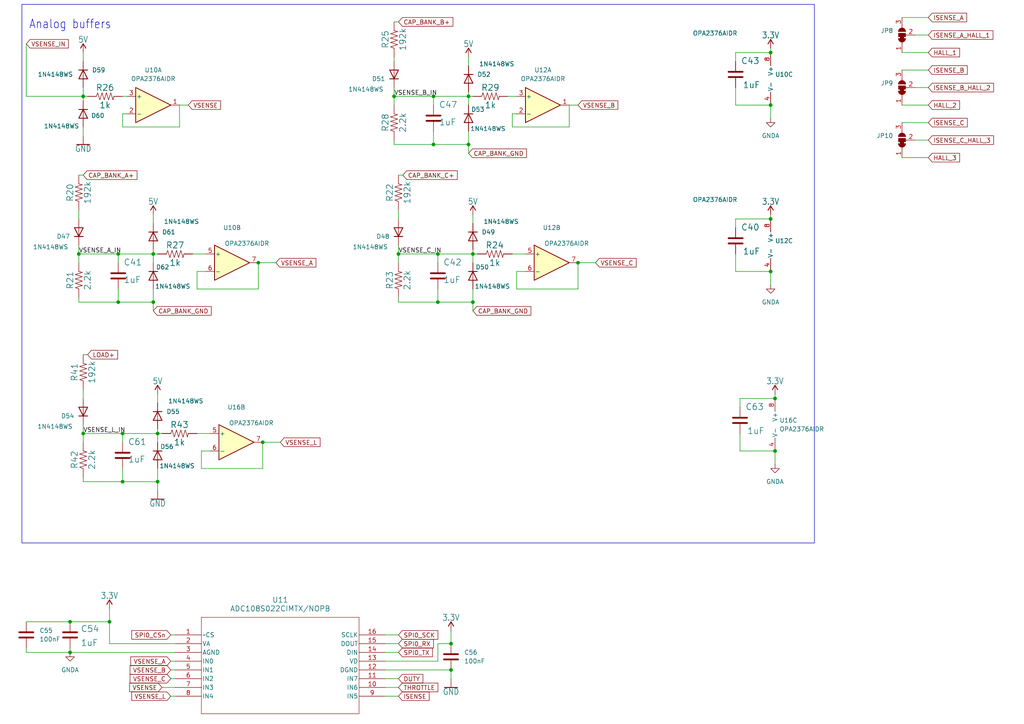
<source format=kicad_sch>
(kicad_sch (version 20231120) (generator "eeschema") (generator_version "8.0")
  (paper "A4")
  (lib_symbols
    (symbol "Component_Library:ADC108S022CIMTX_NOPB" (pin_names (offset 0.254))
      (property "Reference" "U" (at 30.48 10.16 0))
      (property "Value" "ADC108S022CIMTX/NOPB" (at 30.48 7.62 0))
      (symbol "ADC108S022CIMTX_NOPB_0_1"
        (polyline (pts (xy 7.62 -22.86) (xy 53.34 -22.86)) (stroke (width 0.127)))
        (polyline (pts (xy 7.62 5.08) (xy 7.62 -22.86)) (stroke (width 0.127)))
        (polyline (pts (xy 53.34 -22.86) (xy 53.34 5.08)) (stroke (width 0.127)))
        (polyline (pts (xy 53.34 5.08) (xy 7.62 5.08)) (stroke (width 0.127)))
        (pin passive line (at 0 0 0) (length 7.62) (name "~CS") (number "1"))
        (pin input line (at 60.96 -15.24 180) (length 7.62) (name "IN6") (number "10"))
        (pin input line (at 60.96 -12.7 180) (length 7.62) (name "IN7") (number "11"))
        (pin passive line (at 60.96 -10.16 180) (length 7.62) (name "DGND") (number "12"))
        (pin passive line (at 60.96 -7.62 180) (length 7.62) (name "VD") (number "13"))
        (pin input line (at 60.96 -5.08 180) (length 7.62) (name "DIN") (number "14"))
        (pin output line (at 60.96 -2.54 180) (length 7.62) (name "DOUT") (number "15"))
        (pin passive line (at 60.96 0 180) (length 7.62) (name "SCLK") (number "16"))
        (pin passive line (at 0 -2.54 0) (length 7.62) (name "VA") (number "2"))
        (pin passive line (at 0 -5.08 0) (length 7.62) (name "AGND") (number "3"))
        (pin input line (at 0 -7.62 0) (length 7.62) (name "IN0") (number "4"))
        (pin input line (at 0 -10.16 0) (length 7.62) (name "IN1") (number "5"))
        (pin input line (at 0 -12.7 0) (length 7.62) (name "IN2") (number "6"))
        (pin input line (at 0 -15.24 0) (length 7.62) (name "IN3") (number "7"))
        (pin input line (at 0 -17.78 0) (length 7.62) (name "IN4") (number "8"))
        (pin input line (at 60.96 -17.78 180) (length 7.62) (name "IN5") (number "9"))
      )
    )
    (symbol "Component_Library:CHV1812N250105MXT" (pin_numbers hide) (pin_names (offset 0.254))
      (property "Reference" "C" (at 0.635 2.54 0))
      (property "Value" "CHV1812N250105MXT" (at 0.635 -2.54 0))
      (symbol "CHV1812N250105MXT_0_1"
        (polyline (pts (xy -2.032 -0.762) (xy 2.032 -0.762)) (stroke (width 0.508)))
        (polyline (pts (xy -2.032 0.762) (xy 2.032 0.762)) (stroke (width 0.508)))
      )
      (symbol "CHV1812N250105MXT_1_1"
        (pin passive line (at 0 3.81 270) (length 2.794) (name "~") (number "1"))
        (pin passive line (at 0 -3.81 90) (length 2.794) (name "~") (number "2"))
      )
    )
    (symbol "Component_Library:OPA2376AIDR" (pin_names (offset 0.127))
      (property "Reference" "U" (at 0 5.08 0))
      (property "Value" "OPA2376AIDR" (at 0 -5.08 0))
      (symbol "OPA2376AIDR_1_1"
        (polyline (pts (xy -5.08 5.08) (xy 5.08 0) (xy -5.08 -5.08) (xy -5.08 5.08)) (stroke (width 0.254)) (fill (type background)))
        (pin output line (at 7.62 0 180) (length 2.54) (name "~") (number "1"))
        (pin input line (at -7.62 -2.54 0) (length 2.54) (name "-") (number "2"))
        (pin input line (at -7.62 2.54 0) (length 2.54) (name "+") (number "3"))
      )
      (symbol "OPA2376AIDR_2_1"
        (polyline (pts (xy -5.08 5.08) (xy 5.08 0) (xy -5.08 -5.08) (xy -5.08 5.08)) (stroke (width 0.254)) (fill (type background)))
        (pin input line (at -7.62 2.54 0) (length 2.54) (name "+") (number "5"))
        (pin input line (at -7.62 -2.54 0) (length 2.54) (name "-") (number "6"))
        (pin output line (at 7.62 0 180) (length 2.54) (name "~") (number "7"))
      )
      (symbol "OPA2376AIDR_3_1"
        (pin power_in line (at -2.54 -7.62 90) (length 3.81) (name "V-") (number "4"))
        (pin power_in line (at -2.54 7.62 270) (length 3.81) (name "V+") (number "8"))
      )
    )
    (symbol "Device:C" (pin_numbers hide) (pin_names (offset 0.254))
      (property "Reference" "C" (at 0.635 2.54 0))
      (property "Value" "C" (at 0.635 -2.54 0))
      (symbol "C_0_1"
        (polyline (pts (xy -2.032 -0.762) (xy 2.032 -0.762)) (stroke (width 0.508)))
        (polyline (pts (xy -2.032 0.762) (xy 2.032 0.762)) (stroke (width 0.508)))
      )
      (symbol "C_1_1"
        (pin passive line (at 0 3.81 270) (length 2.794) (name "~") (number "1"))
        (pin passive line (at 0 -3.81 90) (length 2.794) (name "~") (number "2"))
      )
    )
    (symbol "Diode:1N4148WS" (pin_numbers hide) (pin_names hide)
      (property "Reference" "D" (at 0 2.54 0))
      (property "Value" "1N4148WS" (at 0 -2.54 0))
      (symbol "1N4148WS_0_1"
        (polyline (pts (xy -1.27 1.27) (xy -1.27 -1.27)) (stroke (width 0.254)))
        (polyline (pts (xy 1.27 0) (xy -1.27 0)))
        (polyline (pts (xy 1.27 1.27) (xy 1.27 -1.27) (xy -1.27 0) (xy 1.27 1.27)) (stroke (width 0.254)))
      )
      (symbol "1N4148WS_1_1"
        (pin passive line (at -3.81 0 0) (length 2.54) (name "K") (number "1"))
        (pin passive line (at 3.81 0 180) (length 2.54) (name "A") (number "2"))
      )
    )
    (symbol "Jumper:SolderJumper_3_Bridged12" (pin_names (offset 0) hide) (exclude_from_sim yes) (in_bom no)
      (property "Reference" "JP" (at -2.54 -2.54 0))
      (property "Value" "SolderJumper_3_Bridged12" (at 0 2.794 0))
      (symbol "SolderJumper_3_Bridged12_0_1"
        (rectangle (start -1.016 0.508) (end -0.508 -0.508) (fill (type outline)))
        (arc (start -1.016 1.016) (mid -2.0276 0) (end -1.016 -1.016))
        (arc (start -1.016 1.016) (mid -2.0276 0) (end -1.016 -1.016) (fill (type outline)))
        (rectangle (start -0.508 1.016) (end 0.508 -1.016) (fill (type outline)))
        (polyline (pts (xy -2.54 0) (xy -2.032 0)))
        (polyline (pts (xy -1.016 1.016) (xy -1.016 -1.016)))
        (polyline (pts (xy 0 -1.27) (xy 0 -1.016)))
        (polyline (pts (xy 1.016 1.016) (xy 1.016 -1.016)))
        (polyline (pts (xy 2.54 0) (xy 2.032 0)))
        (arc (start 1.016 -1.016) (mid 2.0276 0) (end 1.016 1.016))
        (arc (start 1.016 -1.016) (mid 2.0276 0) (end 1.016 1.016) (fill (type outline)))
      )
      (symbol "SolderJumper_3_Bridged12_1_1"
        (pin passive line (at -5.08 0 0) (length 2.54) (name "A") (number "1"))
        (pin passive line (at 0 -3.81 90) (length 2.54) (name "C") (number "2"))
        (pin passive line (at 5.08 0 180) (length 2.54) (name "B") (number "3"))
      )
    )
    (symbol "main-eagle-import:3.3V" (power)
      (symbol "3.3V_1_0"
        (polyline (pts (xy 0 2.54) (xy -0.762 1.27)) (stroke (width 0.254)))
        (polyline (pts (xy 0.762 1.27) (xy 0 2.54)) (stroke (width 0.254)))
        (pin power_in line (at 0 0 90) (length 2.54) (name "3.3V") (number "1"))
      )
    )
    (symbol "main-eagle-import:5V" (power)
      (symbol "5V_1_0"
        (polyline (pts (xy 0 2.54) (xy -0.762 1.27)) (stroke (width 0.254)))
        (polyline (pts (xy 0.762 1.27) (xy 0 2.54)) (stroke (width 0.254)))
        (pin power_in line (at 0 0 90) (length 2.54) (name "5V") (number "1"))
      )
    )
    (symbol "main-eagle-import:GND" (power)
      (symbol "GND_1_0"
        (polyline (pts (xy -1.905 0) (xy 1.905 0)) (stroke (width 0.254)))
        (pin power_in line (at 0 2.54 270) (length 2.54) (name "GND") (number "1"))
      )
    )
    (symbol "main-eagle-import:RESISTOR1206"
      (property "Reference" "R" (at 0 1.524 0))
      (symbol "RESISTOR1206_1_0"
        (polyline (pts (xy -2.54 0) (xy -2.159 1.016)) (stroke (width 0.1524)))
        (polyline (pts (xy -2.159 1.016) (xy -1.524 -1.016)) (stroke (width 0.1524)))
        (polyline (pts (xy -1.524 -1.016) (xy -0.889 1.016)) (stroke (width 0.1524)))
        (polyline (pts (xy -0.889 1.016) (xy -0.254 -1.016)) (stroke (width 0.1524)))
        (polyline (pts (xy -0.254 -1.016) (xy 0.381 1.016)) (stroke (width 0.1524)))
        (polyline (pts (xy 0.381 1.016) (xy 1.016 -1.016)) (stroke (width 0.1524)))
        (polyline (pts (xy 1.016 -1.016) (xy 1.651 1.016)) (stroke (width 0.1524)))
        (polyline (pts (xy 1.651 1.016) (xy 2.286 -1.016)) (stroke (width 0.1524)))
        (polyline (pts (xy 2.286 -1.016) (xy 2.54 0)) (stroke (width 0.1524)))
        (pin passive line (at -5.08 0 0) (length 2.54) (name "1") (number "1"))
        (pin passive line (at 5.08 0 180) (length 2.54) (name "2") (number "2"))
      )
    )
    (symbol "power:GNDA" (power) (pin_numbers hide) (pin_names (offset 0) hide)
      (property "Value" "GNDA" (at 0 -3.81 0))
      (symbol "GNDA_0_1"
        (polyline (pts (xy 0 0) (xy 0 -1.27) (xy 1.27 -1.27) (xy 0 -2.54) (xy -1.27 -1.27) (xy 0 -1.27)))
      )
      (symbol "GNDA_1_1"
        (pin power_in line (at 0 0 270) (length 0) (name "~") (number "1"))
      )
    )
  )
  (junction (at 22.86 73.66))
  (junction (at 76.2 128.27))
  (junction (at 223.52 30.48))
  (junction (at 135.89 41.91))
  (junction (at 20.32 189.23))
  (junction (at 31.75 180.34))
  (junction (at 167.64 76.2))
  (junction (at 125.73 41.91))
  (junction (at 35.56 139.7))
  (junction (at 223.52 63.5))
  (junction (at 34.29 73.66))
  (junction (at 130.81 186.69))
  (junction (at 223.52 78.74))
  (junction (at 44.45 87.63))
  (junction (at 44.45 73.66))
  (junction (at 137.16 87.63))
  (junction (at 127 73.66))
  (junction (at 135.89 27.94))
  (junction (at 224.79 115.57))
  (junction (at 24.13 125.73))
  (junction (at 35.56 125.73))
  (junction (at 45.72 139.7))
  (junction (at 130.81 194.31))
  (junction (at 137.16 73.66))
  (junction (at 24.13 27.94))
  (junction (at 45.72 125.73))
  (junction (at 125.73 27.94))
  (junction (at 20.32 180.34))
  (junction (at 223.52 15.24))
  (junction (at 115.57 73.66))
  (junction (at 224.79 130.81))
  (junction (at 34.29 87.63))
  (junction (at 127 87.63))
  (junction (at 114.3 27.94))
  (junction (at 74.93 76.2))
  (wire (pts (xy 60.96 130.81) (xy 58.42 130.81)))
  (wire (pts (xy 45.72 139.7) (xy 45.72 142.24)))
  (wire (pts (xy 223.52 78.74) (xy 223.52 82.55)))
  (wire (pts (xy 261.62 5.08) (xy 269.24 5.08)))
  (wire (pts (xy 49.53 196.85) (xy 50.8 196.85)))
  (wire (pts (xy 49.53 201.93) (xy 50.8 201.93)))
  (wire (pts (xy 24.13 125.73) (xy 35.56 125.73)) (stroke (width 0.1524)))
  (wire (pts (xy 213.36 17.78) (xy 213.36 15.24)))
  (wire (pts (xy 45.72 73.66) (xy 44.45 73.66)))
  (wire (pts (xy 58.42 130.81) (xy 58.42 135.89)))
  (wire (pts (xy 24.13 123.19) (xy 24.13 125.73)) (stroke (width 0.1524)))
  (wire (pts (xy 111.76 184.15) (xy 115.57 184.15)))
  (wire (pts (xy 52.07 30.48) (xy 54.61 30.48)))
  (wire (pts (xy 127 87.63) (xy 137.16 87.63)))
  (wire (pts (xy 35.56 128.27) (xy 35.56 125.73)))
  (wire (pts (xy 127 87.63) (xy 115.57 87.63)))
  (wire (pts (xy 7.62 12.7) (xy 7.62 27.94)))
  (wire (pts (xy 125.73 41.91) (xy 114.3 41.91)))
  (wire (pts (xy 24.13 113.03) (xy 24.13 115.57)))
  (wire (pts (xy 167.64 76.2) (xy 172.72 76.2)))
  (wire (pts (xy 35.56 139.7) (xy 24.13 139.7)))
  (wire (pts (xy 261.62 15.24) (xy 269.24 15.24)))
  (wire (pts (xy 31.75 180.34) (xy 31.75 186.69)))
  (wire (pts (xy 114.3 41.91) (xy 114.3 40.64)))
  (wire (pts (xy 7.62 27.94) (xy 24.13 27.94)))
  (wire (pts (xy 149.86 78.74) (xy 149.86 83.82)))
  (wire (pts (xy 22.86 71.12) (xy 22.86 73.66)) (stroke (width 0.1524)))
  (wire (pts (xy 57.15 125.73) (xy 60.96 125.73)))
  (wire (pts (xy 137.16 27.94) (xy 135.89 27.94)))
  (wire (pts (xy 127 83.82) (xy 127 87.63)))
  (wire (pts (xy 152.4 78.74) (xy 149.86 78.74)))
  (wire (pts (xy 213.36 73.66) (xy 213.36 78.74)))
  (wire (pts (xy 44.45 64.77) (xy 44.45 62.23)))
  (wire (pts (xy 137.16 72.39) (xy 137.16 73.66)))
  (wire (pts (xy 137.16 73.66) (xy 137.16 76.2)))
  (wire (pts (xy 149.86 83.82) (xy 167.64 83.82)))
  (wire (pts (xy 34.29 83.82) (xy 34.29 87.63)))
  (wire (pts (xy 44.45 73.66) (xy 44.45 76.2)))
  (wire (pts (xy 24.13 139.7) (xy 24.13 138.43)))
  (wire (pts (xy 147.32 27.94) (xy 149.86 27.94)))
  (wire (pts (xy 167.64 83.82) (xy 167.64 76.2)))
  (wire (pts (xy 22.86 73.66) (xy 34.29 73.66)) (stroke (width 0.1524)))
  (wire (pts (xy 7.62 180.34) (xy 20.32 180.34)))
  (wire (pts (xy 149.86 33.02) (xy 148.59 33.02)))
  (wire (pts (xy 20.32 180.34) (xy 31.75 180.34)))
  (wire (pts (xy 137.16 87.63) (xy 137.16 90.17)))
  (wire (pts (xy 115.57 71.12) (xy 115.57 73.66)) (stroke (width 0.1524)))
  (wire (pts (xy 265.43 10.16) (xy 269.24 10.16)))
  (wire (pts (xy 46.99 199.39) (xy 50.8 199.39)))
  (wire (pts (xy 261.62 45.72) (xy 269.24 45.72)))
  (wire (pts (xy 214.63 115.57) (xy 224.79 115.57)))
  (wire (pts (xy 111.76 194.31) (xy 130.81 194.31)))
  (wire (pts (xy 127 76.2) (xy 127 73.66)))
  (wire (pts (xy 223.52 30.48) (xy 223.52 34.29)))
  (wire (pts (xy 59.69 78.74) (xy 57.15 78.74)))
  (wire (pts (xy 135.89 19.05) (xy 135.89 16.51)))
  (wire (pts (xy 114.3 27.94) (xy 125.73 27.94)) (stroke (width 0.1524)))
  (wire (pts (xy 135.89 41.91) (xy 135.89 44.45)))
  (wire (pts (xy 213.36 63.5) (xy 223.52 63.5)))
  (wire (pts (xy 24.13 36.83) (xy 24.13 39.37)))
  (wire (pts (xy 114.3 25.4) (xy 114.3 27.94)) (stroke (width 0.1524)))
  (wire (pts (xy 31.75 186.69) (xy 50.8 186.69)))
  (wire (pts (xy 125.73 41.91) (xy 135.89 41.91)))
  (wire (pts (xy 213.36 15.24) (xy 223.52 15.24)))
  (wire (pts (xy 223.52 13.97) (xy 223.52 15.24)))
  (wire (pts (xy 76.2 128.27) (xy 81.28 128.27)))
  (wire (pts (xy 22.86 60.96) (xy 22.86 63.5)))
  (wire (pts (xy 20.32 189.23) (xy 20.32 187.96)))
  (wire (pts (xy 58.42 135.89) (xy 76.2 135.89)))
  (wire (pts (xy 35.56 139.7) (xy 45.72 139.7)))
  (wire (pts (xy 44.45 72.39) (xy 44.45 73.66)))
  (wire (pts (xy 130.81 194.31) (xy 130.81 196.85)))
  (wire (pts (xy 130.81 182.88) (xy 130.81 186.69)))
  (wire (pts (xy 57.15 78.74) (xy 57.15 83.82)))
  (wire (pts (xy 214.63 118.11) (xy 214.63 115.57)))
  (wire (pts (xy 35.56 125.73) (xy 45.72 125.73)))
  (wire (pts (xy 44.45 87.63) (xy 44.45 90.17)))
  (wire (pts (xy 20.32 189.23) (xy 7.62 189.23)))
  (wire (pts (xy 114.3 16.51) (xy 114.3 17.78)))
  (wire (pts (xy 45.72 135.89) (xy 45.72 139.7)))
  (wire (pts (xy 111.76 186.69) (xy 115.57 186.69)))
  (wire (pts (xy 111.76 196.85) (xy 115.57 196.85)))
  (wire (pts (xy 34.29 87.63) (xy 22.86 87.63)))
  (wire (pts (xy 138.43 73.66) (xy 137.16 73.66)))
  (wire (pts (xy 214.63 125.73) (xy 214.63 130.81)))
  (wire (pts (xy 261.62 20.32) (xy 269.24 20.32)))
  (wire (pts (xy 114.3 6.35) (xy 115.57 6.35)))
  (wire (pts (xy 125.73 30.48) (xy 125.73 27.94)))
  (wire (pts (xy 135.89 38.1) (xy 135.89 41.91)))
  (wire (pts (xy 57.15 83.82) (xy 74.93 83.82)))
  (wire (pts (xy 49.53 184.15) (xy 50.8 184.15)))
  (wire (pts (xy 165.1 30.48) (xy 165.1 36.83)))
  (wire (pts (xy 45.72 124.46) (xy 45.72 125.73)))
  (wire (pts (xy 74.93 83.82) (xy 74.93 76.2)))
  (wire (pts (xy 44.45 83.82) (xy 44.45 87.63)))
  (wire (pts (xy 115.57 87.63) (xy 115.57 86.36)))
  (wire (pts (xy 22.86 73.66) (xy 22.86 76.2)) (stroke (width 0.1524)))
  (wire (pts (xy 135.89 27.94) (xy 135.89 30.48)))
  (wire (pts (xy 135.89 26.67) (xy 135.89 27.94)))
  (wire (pts (xy 24.13 27.94) (xy 24.13 29.21)))
  (wire (pts (xy 49.53 194.31) (xy 50.8 194.31)))
  (wire (pts (xy 24.13 27.94) (xy 25.4 27.94)))
  (wire (pts (xy 24.13 102.87) (xy 25.4 102.87)))
  (wire (pts (xy 111.76 201.93) (xy 115.57 201.93)))
  (wire (pts (xy 111.76 199.39) (xy 115.57 199.39)))
  (wire (pts (xy 111.76 189.23) (xy 115.57 189.23)))
  (wire (pts (xy 125.73 27.94) (xy 135.89 27.94)))
  (wire (pts (xy 34.29 73.66) (xy 44.45 73.66)))
  (wire (pts (xy 45.72 125.73) (xy 45.72 128.27)))
  (wire (pts (xy 35.56 33.02) (xy 35.56 36.83)))
  (wire (pts (xy 24.13 25.4) (xy 24.13 27.94)))
  (wire (pts (xy 137.16 83.82) (xy 137.16 87.63)))
  (wire (pts (xy 7.62 187.96) (xy 7.62 189.23)))
  (wire (pts (xy 36.83 33.02) (xy 35.56 33.02)))
  (wire (pts (xy 148.59 33.02) (xy 148.59 36.83)))
  (wire (pts (xy 223.52 62.23) (xy 223.52 63.5)))
  (wire (pts (xy 35.56 27.94) (xy 36.83 27.94)))
  (wire (pts (xy 265.43 40.64) (xy 269.24 40.64)))
  (wire (pts (xy 214.63 130.81) (xy 224.79 130.81)))
  (wire (pts (xy 165.1 30.48) (xy 167.64 30.48)))
  (wire (pts (xy 115.57 73.66) (xy 115.57 76.2)) (stroke (width 0.1524)))
  (wire (pts (xy 111.76 191.77) (xy 127 191.77)))
  (wire (pts (xy 213.36 78.74) (xy 223.52 78.74)))
  (wire (pts (xy 49.53 191.77) (xy 50.8 191.77)))
  (wire (pts (xy 20.32 189.23) (xy 50.8 189.23)))
  (wire (pts (xy 137.16 64.77) (xy 137.16 62.23)))
  (wire (pts (xy 114.3 27.94) (xy 114.3 30.48)) (stroke (width 0.1524)))
  (wire (pts (xy 261.62 30.48) (xy 269.24 30.48)))
  (wire (pts (xy 148.59 73.66) (xy 152.4 73.66)))
  (wire (pts (xy 34.29 76.2) (xy 34.29 73.66)))
  (wire (pts (xy 34.29 87.63) (xy 44.45 87.63)))
  (wire (pts (xy 76.2 135.89) (xy 76.2 128.27)))
  (wire (pts (xy 261.62 35.56) (xy 269.24 35.56)))
  (wire (pts (xy 45.72 116.84) (xy 45.72 114.3)))
  (wire (pts (xy 24.13 17.78) (xy 24.13 15.24)))
  (wire (pts (xy 115.57 50.8) (xy 116.84 50.8)))
  (wire (pts (xy 213.36 30.48) (xy 223.52 30.48)))
  (wire (pts (xy 74.93 76.2) (xy 80.01 76.2)))
  (wire (pts (xy 22.86 50.8) (xy 24.13 50.8)))
  (wire (pts (xy 22.86 87.63) (xy 22.86 86.36)))
  (wire (pts (xy 31.75 176.53) (xy 31.75 180.34)))
  (wire (pts (xy 224.79 130.81) (xy 224.79 134.62)))
  (wire (pts (xy 125.73 38.1) (xy 125.73 41.91)))
  (wire (pts (xy 55.88 73.66) (xy 59.69 73.66)))
  (wire (pts (xy 127 73.66) (xy 137.16 73.66)))
  (wire (pts (xy 35.56 36.83) (xy 52.07 36.83)))
  (wire (pts (xy 213.36 25.4) (xy 213.36 30.48)))
  (wire (pts (xy 46.99 125.73) (xy 45.72 125.73)))
  (wire (pts (xy 115.57 60.96) (xy 115.57 63.5)))
  (wire (pts (xy 224.79 114.3) (xy 224.79 115.57)))
  (wire (pts (xy 127 191.77) (xy 127 186.69)))
  (wire (pts (xy 52.07 30.48) (xy 52.07 36.83)))
  (wire (pts (xy 148.59 36.83) (xy 165.1 36.83)))
  (wire (pts (xy 213.36 66.04) (xy 213.36 63.5)))
  (wire (pts (xy 35.56 135.89) (xy 35.56 139.7)))
  (wire (pts (xy 115.57 73.66) (xy 127 73.66)) (stroke (width 0.1524)))
  (wire (pts (xy 127 186.69) (xy 130.81 186.69)))
  (wire (pts (xy 265.43 25.4) (xy 269.24 25.4)))
  (wire (pts (xy 24.13 125.73) (xy 24.13 128.27)) (stroke (width 0.1524)))
  (rectangle (start 6.35 1.27) (end 236.22 157.48))
  (text "Analog buffers" (at 8.382 8.636 0) (effects (font (size 2.54 2.159)) (justify left bottom)))
  (label "VSENSE_A_IN" (at 22.86 73.66 0))
  (label "VSENSE_B_IN" (at 114.3 27.94 0))
  (label "VSENSE_L_IN" (at 24.13 125.73 0))
  (label "VSENSE_C_IN" (at 115.57 73.66 0))
  (global_label "VSENSE_L" (shape input) (at 49.53 201.93 180) (effects (font (size 1.2446 1.2446))) (property "Intersheetrefs" "${INTERSHEET_REFS}" (effects (hide yes))))
  (global_label "SPI0_SCK" (shape input) (at 115.57 184.15 0) (property "Intersheetrefs" "${INTERSHEET_REFS}" (effects (hide yes))))
  (global_label "SPI0_CSn" (shape input) (at 49.53 184.15 180) (property "Intersheetrefs" "${INTERSHEET_REFS}" (effects (hide yes))))
  (global_label "ISENSE_A_HALL_1" (shape input) (at 269.24 10.16 0) (property "Intersheetrefs" "${INTERSHEET_REFS}" (effects (hide yes))))
  (global_label "ISENSE_A" (shape input) (at 269.24 5.08 0) (property "Intersheetrefs" "${INTERSHEET_REFS}" (effects (hide yes))))
  (global_label "VSENSE_C" (shape input) (at 49.53 196.85 180) (property "Intersheetrefs" "${INTERSHEET_REFS}" (effects (hide yes))))
  (global_label "VSENSE" (shape input) (at 46.99 199.39 180) (effects (font (size 1.2446 1.2446))) (property "Intersheetrefs" "${INTERSHEET_REFS}" (effects (hide yes))))
  (global_label "LOAD+" (shape input) (at 25.4 102.87 0) (property "Intersheetrefs" "${INTERSHEET_REFS}" (effects (hide yes))))
  (global_label "CAP_BANK_GND" (shape input) (at 135.89 44.45 0) (property "Intersheetrefs" "${INTERSHEET_REFS}" (effects (hide yes))))
  (global_label "VSENSE_B" (shape input) (at 49.53 194.31 180) (property "Intersheetrefs" "${INTERSHEET_REFS}" (effects (hide yes))))
  (global_label "SPI0_TX" (shape input) (at 115.57 189.23 0) (property "Intersheetrefs" "${INTERSHEET_REFS}" (effects (hide yes))))
  (global_label "ISENSE_C" (shape input) (at 269.24 35.56 0) (property "Intersheetrefs" "${INTERSHEET_REFS}" (effects (hide yes))))
  (global_label "VSENSE_L" (shape input) (at 81.28 128.27 0) (property "Intersheetrefs" "${INTERSHEET_REFS}" (effects (hide yes))))
  (global_label "ISENSE_B_HALL_2" (shape input) (at 269.24 25.4 0) (property "Intersheetrefs" "${INTERSHEET_REFS}" (effects (hide yes))))
  (global_label "SPI0_RX" (shape input) (at 115.57 186.69 0) (property "Intersheetrefs" "${INTERSHEET_REFS}" (effects (hide yes))))
  (global_label "DUTY" (shape input) (at 115.57 196.85 0) (property "Intersheetrefs" "${INTERSHEET_REFS}" (effects (hide yes))))
  (global_label "VSENSE_A" (shape input) (at 80.01 76.2 0) (property "Intersheetrefs" "${INTERSHEET_REFS}" (effects (hide yes))))
  (global_label "ISENSE_C_HALL_3" (shape input) (at 269.24 40.64 0) (property "Intersheetrefs" "${INTERSHEET_REFS}" (effects (hide yes))))
  (global_label "HALL_2" (shape input) (at 269.24 30.48 0) (property "Intersheetrefs" "${INTERSHEET_REFS}" (effects (hide yes))))
  (global_label "HALL_1" (shape input) (at 269.24 15.24 0) (property "Intersheetrefs" "${INTERSHEET_REFS}" (effects (hide yes))))
  (global_label "VSENSE" (shape input) (at 54.61 30.48 0) (effects (font (size 1.2446 1.2446))) (property "Intersheetrefs" "${INTERSHEET_REFS}" (effects (hide yes))))
  (global_label "CAP_BANK_C+" (shape input) (at 116.84 50.8 0) (property "Intersheetrefs" "${INTERSHEET_REFS}" (effects (hide yes))))
  (global_label "CAP_BANK_GND" (shape input) (at 44.45 90.17 0) (property "Intersheetrefs" "${INTERSHEET_REFS}" (effects (hide yes))))
  (global_label "CAP_BANK_B+" (shape input) (at 115.57 6.35 0) (property "Intersheetrefs" "${INTERSHEET_REFS}" (effects (hide yes))))
  (global_label "CAP_BANK_A+" (shape input) (at 24.13 50.8 0) (property "Intersheetrefs" "${INTERSHEET_REFS}" (effects (hide yes))))
  (global_label "VSENSE_B" (shape input) (at 167.64 30.48 0) (effects (font (size 1.2446 1.2446))) (property "Intersheetrefs" "${INTERSHEET_REFS}" (effects (hide yes))))
  (global_label "VSENSE_IN" (shape input) (at 7.62 12.7 0) (effects (font (size 1.2446 1.2446))) (property "Intersheetrefs" "${INTERSHEET_REFS}" (effects (hide yes))))
  (global_label "CAP_BANK_GND" (shape input) (at 137.16 90.17 0) (property "Intersheetrefs" "${INTERSHEET_REFS}" (effects (hide yes))))
  (global_label "VSENSE_C" (shape input) (at 172.72 76.2 0) (property "Intersheetrefs" "${INTERSHEET_REFS}" (effects (hide yes))))
  (global_label "ISENSE" (shape input) (at 115.57 201.93 0) (effects (font (size 1.2446 1.2446))) (property "Intersheetrefs" "${INTERSHEET_REFS}" (effects (hide yes))))
  (global_label "VSENSE_A" (shape input) (at 49.53 191.77 180) (property "Intersheetrefs" "${INTERSHEET_REFS}" (effects (hide yes))))
  (global_label "THROTTLE" (shape input) (at 115.57 199.39 0) (property "Intersheetrefs" "${INTERSHEET_REFS}" (effects (hide yes))))
  (global_label "HALL_3" (shape input) (at 269.24 45.72 0) (property "Intersheetrefs" "${INTERSHEET_REFS}" (effects (hide yes))))
  (global_label "ISENSE_B" (shape input) (at 269.24 20.32 0) (property "Intersheetrefs" "${INTERSHEET_REFS}" (effects (hide yes))))
  (symbol (lib_id "Component_Library:OPA2376AIDR") (at 157.48 30.48 0) (unit 1)
    (property "Reference" "U12" (at 157.48 20.32 0))
    (property "Value" "OPA2376AIDR" (at 157.48 22.86 0))
    (property "Footprint" "footprints:D8" (effects (hide yes)))
    (property "Datasheet" "https://www.ti.com/lit/ds/symlink/opa2376.pdf" (effects (hide yes)))
    (property "Description" "Dual Low-Noise, Low Quiescent Current, Precision Operational Amplifier e-trim Series, SOIC-8" (effects (hide yes)))
    (property "Sim.Library" "${KICAD7_SYMBOL_DIR}/Simulation_SPICE.sp" (effects (hide yes)))
    (property "Sim.Name" "kicad_builtin_opamp_dual" (effects (hide yes)))
    (property "Sim.Device" "SUBCKT" (effects (hide yes)))
    (property "Sim.Pins" "1=out1 2=in1- 3=in1+ 4=vee 5=in2+ 6=in2- 7=out2 8=vcc" (effects (hide yes)))
  )
  (symbol (lib_id "Component_Library:CHV1812N250105MXT") (at 34.29 80.01 0) (unit 1)
    (property "Reference" "C41" (at 35.814 77.089 0) (effects (font (size 1.778 1.778)) (justify left bottom)))
    (property "Value" "1uF" (at 35.814 82.169 0) (effects (font (size 1.778 1.778)) (justify left bottom)))
    (property "Footprint" "Capacitor_SMD:C_1812_4532Metric" (effects (hide yes)))
    (property "Datasheet" "https://88ce57.p3cdn1.secureserver.net/wp-content/uploads/2023/01/chv_series-1.pdf" (effects (hide yes)))
    (property "Description" "HVCAP1812 X7R 1UF 20% 250V" (effects (hide yes)))
  )
  (symbol (lib_id "main-eagle-import:RESISTOR1206") (at 115.57 81.28 90) (unit 1)
    (property "Reference" "R23" (at 114.046 81.28 0) (effects (font (size 1.778 1.778)) (justify bottom)))
    (property "Value" "2.2k" (at 117.094 81.28 0) (effects (font (size 1.778 1.778)) (justify top)))
    (property "Footprint" "main:1206" (effects (hide yes)))
  )
  (symbol (lib_id "Diode:1N4148WS") (at 44.45 68.58 270) (unit 1)
    (property "Reference" "D61" (at 46.99 67.3099 90) (effects (justify left)))
    (property "Value" "1N4148WS" (at 47.498 64.262 90) (effects (justify left)))
    (property "Footprint" "Diode_SMD:D_SOD-323" (effects (hide yes)))
    (property "Datasheet" "https://www.vishay.com/docs/85751/1n4148ws.pdf" (effects (hide yes)))
    (property "Description" "75V 0.15A Fast switching Diode, SOD-323" (effects (hide yes)))
    (property "Sim.Device" "D" (effects (hide yes)))
    (property "Sim.Pins" "1=K 2=A" (effects (hide yes)))
  )
  (symbol (lib_id "main-eagle-import:RESISTOR1206") (at 24.13 107.95 90) (unit 1)
    (property "Reference" "R41" (at 22.606 107.95 0) (effects (font (size 1.778 1.778)) (justify bottom)))
    (property "Value" "192k" (at 25.654 107.95 0) (effects (font (size 1.778 1.778)) (justify top)))
    (property "Footprint" "main:1206" (effects (hide yes)))
    (property "Datasheet" "https://industrial.panasonic.com/cdbs/www-data/pdf/RDO0000/AOA0000C331.pdf" (effects (hide yes)))
    (property "Description" "ERJ-P08J184V - 180k 2/3 W" (effects (hide yes)))
  )
  (symbol (lib_id "Diode:1N4148WS") (at 114.3 21.59 90) (unit 1)
    (property "Reference" "D51" (at 111.76 22.8601 90) (effects (justify left)))
    (property "Value" "1N4148WS" (at 111.252 25.908 90) (effects (justify left)))
    (property "Footprint" "Diode_SMD:D_SOD-323" (effects (hide yes)))
    (property "Datasheet" "https://www.vishay.com/docs/85751/1n4148ws.pdf" (effects (hide yes)))
    (property "Description" "75V 0.15A Fast switching Diode, SOD-323" (effects (hide yes)))
    (property "Sim.Device" "D" (effects (hide yes)))
    (property "Sim.Pins" "1=K 2=A" (effects (hide yes)))
  )
  (symbol (lib_id "Component_Library:CHV1812N250105MXT") (at 35.56 132.08 0) (unit 1)
    (property "Reference" "C61" (at 37.084 129.159 0) (effects (font (size 1.778 1.778)) (justify left bottom)))
    (property "Value" "1uF" (at 37.084 134.239 0) (effects (font (size 1.778 1.778)) (justify left bottom)))
    (property "Footprint" "Capacitor_SMD:C_1812_4532Metric" (effects (hide yes)))
    (property "Datasheet" "https://88ce57.p3cdn1.secureserver.net/wp-content/uploads/2023/01/chv_series-1.pdf" (effects (hide yes)))
    (property "Description" "HVCAP1812 X7R 1UF 20% 250V" (effects (hide yes)))
  )
  (symbol (lib_id "Jumper:SolderJumper_3_Bridged12") (at 261.62 25.4 90) (unit 1) (exclude_from_sim yes) (in_bom no)
    (property "Reference" "JP9" (at 259.08 24.1299 90) (effects (justify left)))
    (property "Value" "SolderJumper_3_Bridged12" (effects (hide yes)))
    (property "Footprint" "Jumper:SolderJumper-3_P1.3mm_Bridged2Bar12_RoundedPad1.0x1.5mm" (effects (hide yes)))
    (property "Description" "3-pole Solder Jumper, pins 1+2 closed/bridged" (effects (hide yes)))
  )
  (symbol (lib_id "Diode:1N4148WS") (at 24.13 119.38 90) (unit 1)
    (property "Reference" "D54" (at 21.59 120.6501 90) (effects (justify left)))
    (property "Value" "1N4148WS" (at 21.082 123.698 90) (effects (justify left)))
    (property "Footprint" "Diode_SMD:D_SOD-323" (effects (hide yes)))
    (property "Datasheet" "https://www.vishay.com/docs/85751/1n4148ws.pdf" (effects (hide yes)))
    (property "Description" "75V 0.15A Fast switching Diode, SOD-323" (effects (hide yes)))
    (property "Sim.Device" "D" (effects (hide yes)))
    (property "Sim.Pins" "1=K 2=A" (effects (hide yes)))
  )
  (symbol (lib_id "Diode:1N4148WS") (at 135.89 34.29 270) (unit 1)
    (property "Reference" "D53" (at 136.652 31.75 90) (effects (justify left)))
    (property "Value" "1N4148WS" (at 136.398 37.338 90) (effects (justify left)))
    (property "Footprint" "Diode_SMD:D_SOD-323" (effects (hide yes)))
    (property "Datasheet" "https://www.vishay.com/docs/85751/1n4148ws.pdf" (effects (hide yes)))
    (property "Description" "75V 0.15A Fast switching Diode, SOD-323" (effects (hide yes)))
    (property "Sim.Device" "D" (effects (hide yes)))
    (property "Sim.Pins" "1=K 2=A" (effects (hide yes)))
  )
  (symbol (lib_id "main-eagle-import:5V") (at 24.13 15.24 0) (unit 1)
    (property "Reference" "#SUPPLY014" (effects (hide yes)))
    (property "Value" "5V" (at 24.13 12.446 0) (effects (font (size 1.778 1.5113)) (justify bottom)))
  )
  (symbol (lib_id "power:GNDA") (at 223.52 34.29 0) (unit 1)
    (property "Reference" "#PWR06" (effects (hide yes)))
    (property "Value" "GNDA" (at 223.52 39.37 0))
    (property "Description" "Power symbol creates a global label with name \"GNDA\" , analog ground" (effects (hide yes)))
  )
  (symbol (lib_id "main-eagle-import:RESISTOR1206") (at 50.8 73.66 0) (unit 1)
    (property "Reference" "R27" (at 50.8 72.136 0) (effects (font (size 1.778 1.778)) (justify bottom)))
    (property "Value" "1k" (at 50.8 75.184 0) (effects (font (size 1.778 1.778)) (justify top)))
    (property "Footprint" "main:1206" (effects (hide yes)))
  )
  (symbol (lib_id "main-eagle-import:RESISTOR1206") (at 24.13 133.35 90) (unit 1)
    (property "Reference" "R42" (at 22.606 133.35 0) (effects (font (size 1.778 1.778)) (justify bottom)))
    (property "Value" "2.2k" (at 25.654 133.35 0) (effects (font (size 1.778 1.778)) (justify top)))
    (property "Footprint" "main:1206" (effects (hide yes)))
  )
  (symbol (lib_id "Component_Library:OPA2376AIDR") (at 67.31 76.2 0) (unit 2)
    (property "Reference" "U10" (at 67.31 66.04 0))
    (property "Value" "OPA2376AIDR" (at 71.628 70.612 0))
    (property "Footprint" "footprints:D8" (effects (hide yes)))
    (property "Datasheet" "https://www.ti.com/lit/ds/symlink/opa2376.pdf" (effects (hide yes)))
    (property "Description" "Dual Low-Noise, Low Quiescent Current, Precision Operational Amplifier e-trim Series, SOIC-8" (effects (hide yes)))
    (property "Sim.Library" "${KICAD7_SYMBOL_DIR}/Simulation_SPICE.sp" (effects (hide yes)))
    (property "Sim.Name" "kicad_builtin_opamp_dual" (effects (hide yes)))
    (property "Sim.Device" "SUBCKT" (effects (hide yes)))
    (property "Sim.Pins" "1=out1 2=in1- 3=in1+ 4=vee 5=in2+ 6=in2- 7=out2 8=vcc" (effects (hide yes)))
  )
  (symbol (lib_id "main-eagle-import:GND") (at 45.72 144.78 0) (unit 1)
    (property "Reference" "#GND016" (effects (hide yes)))
    (property "Value" "GND" (at 45.72 145.034 0) (effects (font (size 1.778 1.5113)) (justify top)))
  )
  (symbol (lib_id "Diode:1N4148WS") (at 24.13 33.02 270) (unit 1)
    (property "Reference" "D60" (at 26.416 33.528 90) (effects (justify left)))
    (property "Value" "1N4148WS" (at 12.7 36.576 90) (effects (justify left)))
    (property "Footprint" "Diode_SMD:D_SOD-323" (effects (hide yes)))
    (property "Datasheet" "https://www.vishay.com/docs/85751/1n4148ws.pdf" (effects (hide yes)))
    (property "Description" "75V 0.15A Fast switching Diode, SOD-323" (effects (hide yes)))
    (property "Sim.Device" "D" (effects (hide yes)))
    (property "Sim.Pins" "1=K 2=A" (effects (hide yes)))
  )
  (symbol (lib_id "Diode:1N4148WS") (at 135.89 22.86 270) (unit 1)
    (property "Reference" "D52" (at 138.43 21.5899 90) (effects (justify left)))
    (property "Value" "1N4148WS" (at 138.938 18.542 90) (effects (justify left)))
    (property "Footprint" "Diode_SMD:D_SOD-323" (effects (hide yes)))
    (property "Datasheet" "https://www.vishay.com/docs/85751/1n4148ws.pdf" (effects (hide yes)))
    (property "Description" "75V 0.15A Fast switching Diode, SOD-323" (effects (hide yes)))
    (property "Sim.Device" "D" (effects (hide yes)))
    (property "Sim.Pins" "1=K 2=A" (effects (hide yes)))
  )
  (symbol (lib_id "Component_Library:CHV1812N250105MXT") (at 127 80.01 0) (unit 1)
    (property "Reference" "C42" (at 128.524 77.089 0) (effects (font (size 1.778 1.778)) (justify left bottom)))
    (property "Value" "1uF" (at 128.524 82.169 0) (effects (font (size 1.778 1.778)) (justify left bottom)))
    (property "Footprint" "Capacitor_SMD:C_1812_4532Metric" (effects (hide yes)))
    (property "Datasheet" "https://88ce57.p3cdn1.secureserver.net/wp-content/uploads/2023/01/chv_series-1.pdf" (effects (hide yes)))
    (property "Description" "HVCAP1812 X7R 1UF 20% 250V" (effects (hide yes)))
  )
  (symbol (lib_id "main-eagle-import:3.3V") (at 31.75 176.53 0) (unit 1)
    (property "Reference" "#SUPPLY020" (effects (hide yes)))
    (property "Value" "3.3V" (at 31.75 173.736 0) (effects (font (size 1.778 1.5113)) (justify bottom)))
  )
  (symbol (lib_id "Component_Library:OPA2376AIDR") (at 226.06 71.12 0) (unit 3)
    (property "Reference" "U12" (at 224.79 69.8499 0) (effects (justify left)))
    (property "Value" "OPA2376AIDR" (at 200.914 57.912 0) (effects (justify left)))
    (property "Footprint" "footprints:D8" (effects (hide yes)))
    (property "Datasheet" "https://www.ti.com/lit/ds/symlink/opa2376.pdf" (effects (hide yes)))
    (property "Description" "Dual Low-Noise, Low Quiescent Current, Precision Operational Amplifier e-trim Series, SOIC-8" (effects (hide yes)))
    (property "Sim.Library" "${KICAD7_SYMBOL_DIR}/Simulation_SPICE.sp" (effects (hide yes)))
    (property "Sim.Name" "kicad_builtin_opamp_dual" (effects (hide yes)))
    (property "Sim.Device" "SUBCKT" (effects (hide yes)))
    (property "Sim.Pins" "1=out1 2=in1- 3=in1+ 4=vee 5=in2+ 6=in2- 7=out2 8=vcc" (effects (hide yes)))
  )
  (symbol (lib_id "Device:C") (at 130.81 190.5 0) (unit 1)
    (property "Reference" "C56" (at 134.62 189.2299 0) (effects (justify left)))
    (property "Value" "100nF" (at 134.62 191.7699 0) (effects (justify left)))
    (property "Footprint" "Capacitor_SMD:C_1210_3225Metric_Pad1.33x2.70mm_HandSolder" (effects (hide yes)))
    (property "Datasheet" "https://www.knowlescapacitors.com/getmedia/092ca658-af19-46bf-82db-149c2edc538a/KNO_MLCC_Catalog_1-24_R11_sm" (effects (hide yes)))
    (property "Description" "0.1 µF ±10% 50V Keramische condensators X7R (2R1) 1210 (3225 metrisch)" (effects (hide yes)))
  )
  (symbol (lib_id "Component_Library:CHV1812N250105MXT") (at 20.32 184.15 0) (unit 1)
    (property "Reference" "C54" (at 23.368 183.388 0) (effects (font (size 1.778 1.778)) (justify left bottom)))
    (property "Value" "1uF" (at 23.368 187.452 0) (effects (font (size 1.778 1.778)) (justify left bottom)))
    (property "Footprint" "Capacitor_SMD:C_1812_4532Metric" (effects (hide yes)))
    (property "Datasheet" "https://88ce57.p3cdn1.secureserver.net/wp-content/uploads/2023/01/chv_series-1.pdf" (effects (hide yes)))
    (property "Description" "HVCAP1812 X7R 1UF 20% 250V" (effects (hide yes)))
  )
  (symbol (lib_id "main-eagle-import:3.3V") (at 130.81 182.88 0) (unit 1)
    (property "Reference" "#SUPPLY021" (effects (hide yes)))
    (property "Value" "3.3V" (at 130.81 180.086 0) (effects (font (size 1.778 1.5113)) (justify bottom)))
  )
  (symbol (lib_id "Diode:1N4148WS") (at 44.45 80.01 270) (unit 1)
    (property "Reference" "D62" (at 45.212 77.47 90) (effects (justify left)))
    (property "Value" "1N4148WS" (at 44.958 83.058 90) (effects (justify left)))
    (property "Footprint" "Diode_SMD:D_SOD-323" (effects (hide yes)))
    (property "Datasheet" "https://www.vishay.com/docs/85751/1n4148ws.pdf" (effects (hide yes)))
    (property "Description" "75V 0.15A Fast switching Diode, SOD-323" (effects (hide yes)))
    (property "Sim.Device" "D" (effects (hide yes)))
    (property "Sim.Pins" "1=K 2=A" (effects (hide yes)))
  )
  (symbol (lib_id "Diode:1N4148WS") (at 115.57 67.31 90) (unit 1)
    (property "Reference" "D48" (at 113.03 68.5801 90) (effects (justify left)))
    (property "Value" "1N4148WS" (at 112.522 71.628 90) (effects (justify left)))
    (property "Footprint" "Diode_SMD:D_SOD-323" (effects (hide yes)))
    (property "Datasheet" "https://www.vishay.com/docs/85751/1n4148ws.pdf" (effects (hide yes)))
    (property "Description" "75V 0.15A Fast switching Diode, SOD-323" (effects (hide yes)))
    (property "Sim.Device" "D" (effects (hide yes)))
    (property "Sim.Pins" "1=K 2=A" (effects (hide yes)))
  )
  (symbol (lib_id "Component_Library:ADC108S022CIMTX_NOPB") (at 50.8 184.15 0) (unit 1)
    (property "Reference" "U11" (at 81.28 173.99 0) (effects (font (size 1.524 1.524))))
    (property "Value" "ADC108S022CIMTX/NOPB" (at 81.28 176.53 0) (effects (font (size 1.524 1.524))))
    (property "Footprint" "MTC16" (effects (hide yes)))
    (property "Datasheet" "https://www.ti.com/lit/ds/symlink/adc108s022.pdf" (effects (hide yes)))
  )
  (symbol (lib_id "main-eagle-import:RESISTOR1206") (at 30.48 27.94 0) (unit 1)
    (property "Reference" "R26" (at 30.48 26.416 0) (effects (font (size 1.778 1.778)) (justify bottom)))
    (property "Value" "1k" (at 30.48 29.464 0) (effects (font (size 1.778 1.778)) (justify top)))
    (property "Footprint" "main:1206" (effects (hide yes)))
  )
  (symbol (lib_id "Diode:1N4148WS") (at 137.16 80.01 270) (unit 1)
    (property "Reference" "D50" (at 137.922 77.47 90) (effects (justify left)))
    (property "Value" "1N4148WS" (at 137.668 83.058 90) (effects (justify left)))
    (property "Footprint" "Diode_SMD:D_SOD-323" (effects (hide yes)))
    (property "Datasheet" "https://www.vishay.com/docs/85751/1n4148ws.pdf" (effects (hide yes)))
    (property "Description" "75V 0.15A Fast switching Diode, SOD-323" (effects (hide yes)))
    (property "Sim.Device" "D" (effects (hide yes)))
    (property "Sim.Pins" "1=K 2=A" (effects (hide yes)))
  )
  (symbol (lib_id "main-eagle-import:3.3V") (at 223.52 62.23 0) (unit 1)
    (property "Reference" "#SUPPLY09" (effects (hide yes)))
    (property "Value" "3.3V" (at 223.52 59.436 0) (effects (font (size 1.778 1.5113)) (justify bottom)))
  )
  (symbol (lib_id "Component_Library:OPA2376AIDR") (at 160.02 76.2 0) (unit 2)
    (property "Reference" "U12" (at 160.02 66.04 0))
    (property "Value" "OPA2376AIDR" (at 164.338 70.612 0))
    (property "Footprint" "footprints:D8" (effects (hide yes)))
    (property "Datasheet" "https://www.ti.com/lit/ds/symlink/opa2376.pdf" (effects (hide yes)))
    (property "Description" "Dual Low-Noise, Low Quiescent Current, Precision Operational Amplifier e-trim Series, SOIC-8" (effects (hide yes)))
    (property "Sim.Library" "${KICAD7_SYMBOL_DIR}/Simulation_SPICE.sp" (effects (hide yes)))
    (property "Sim.Name" "kicad_builtin_opamp_dual" (effects (hide yes)))
    (property "Sim.Device" "SUBCKT" (effects (hide yes)))
    (property "Sim.Pins" "1=out1 2=in1- 3=in1+ 4=vee 5=in2+ 6=in2- 7=out2 8=vcc" (effects (hide yes)))
  )
  (symbol (lib_id "Component_Library:OPA2376AIDR") (at 68.58 128.27 0) (unit 2)
    (property "Reference" "U16" (at 68.58 118.11 0))
    (property "Value" "OPA2376AIDR" (at 72.898 122.682 0))
    (property "Footprint" "footprints:D8" (effects (hide yes)))
    (property "Datasheet" "https://www.ti.com/lit/ds/symlink/opa2376.pdf" (effects (hide yes)))
    (property "Description" "Dual Low-Noise, Low Quiescent Current, Precision Operational Amplifier e-trim Series, SOIC-8" (effects (hide yes)))
    (property "Sim.Library" "${KICAD7_SYMBOL_DIR}/Simulation_SPICE.sp" (effects (hide yes)))
    (property "Sim.Name" "kicad_builtin_opamp_dual" (effects (hide yes)))
    (property "Sim.Device" "SUBCKT" (effects (hide yes)))
    (property "Sim.Pins" "1=out1 2=in1- 3=in1+ 4=vee 5=in2+ 6=in2- 7=out2 8=vcc" (effects (hide yes)))
  )
  (symbol (lib_id "power:GNDA") (at 224.79 134.62 0) (unit 1)
    (property "Reference" "#PWR03" (effects (hide yes)))
    (property "Value" "GNDA" (at 224.79 139.7 0))
    (property "Description" "Power symbol creates a global label with name \"GNDA\" , analog ground" (effects (hide yes)))
  )
  (symbol (lib_id "main-eagle-import:5V") (at 45.72 114.3 0) (unit 1)
    (property "Reference" "#SUPPLY023" (effects (hide yes)))
    (property "Value" "5V" (at 45.72 111.506 0) (effects (font (size 1.778 1.5113)) (justify bottom)))
  )
  (symbol (lib_id "Diode:1N4148WS") (at 22.86 67.31 90) (unit 1)
    (property "Reference" "D47" (at 20.32 68.5801 90) (effects (justify left)))
    (property "Value" "1N4148WS" (at 19.812 71.628 90) (effects (justify left)))
    (property "Footprint" "Diode_SMD:D_SOD-323" (effects (hide yes)))
    (property "Datasheet" "https://www.vishay.com/docs/85751/1n4148ws.pdf" (effects (hide yes)))
    (property "Description" "75V 0.15A Fast switching Diode, SOD-323" (effects (hide yes)))
    (property "Sim.Device" "D" (effects (hide yes)))
    (property "Sim.Pins" "1=K 2=A" (effects (hide yes)))
  )
  (symbol (lib_id "main-eagle-import:5V") (at 44.45 62.23 0) (unit 1)
    (property "Reference" "#SUPPLY015" (effects (hide yes)))
    (property "Value" "5V" (at 44.45 59.436 0) (effects (font (size 1.778 1.5113)) (justify bottom)))
  )
  (symbol (lib_id "Component_Library:CHV1812N250105MXT") (at 214.63 121.92 0) (unit 1)
    (property "Reference" "C63" (at 216.154 118.999 0) (effects (font (size 1.778 1.778)) (justify left bottom)))
    (property "Value" "1uF" (at 216.662 125.984 0) (effects (font (size 1.778 1.778)) (justify left bottom)))
    (property "Footprint" "Capacitor_SMD:C_1812_4532Metric" (effects (hide yes)))
    (property "Datasheet" "https://88ce57.p3cdn1.secureserver.net/wp-content/uploads/2023/01/chv_series-1.pdf" (effects (hide yes)))
    (property "Description" "HVCAP1812 X7R 1UF 20% 250V" (effects (hide yes)))
  )
  (symbol (lib_id "Jumper:SolderJumper_3_Bridged12") (at 261.62 10.16 90) (unit 1) (exclude_from_sim yes) (in_bom no)
    (property "Reference" "JP8" (at 259.08 8.8899 90) (effects (justify left)))
    (property "Value" "SolderJumper_3_Bridged12" (effects (hide yes)))
    (property "Footprint" "Jumper:SolderJumper-3_P1.3mm_Bridged2Bar12_RoundedPad1.0x1.5mm" (effects (hide yes)))
    (property "Description" "3-pole Solder Jumper, pins 1+2 closed/bridged" (effects (hide yes)))
  )
  (symbol (lib_id "power:GNDA") (at 20.32 189.23 0) (unit 1)
    (property "Reference" "#PWR01" (effects (hide yes)))
    (property "Value" "GNDA" (at 20.32 194.31 0))
    (property "Description" "Power symbol creates a global label with name \"GNDA\" , analog ground" (effects (hide yes)))
  )
  (symbol (lib_id "Component_Library:OPA2376AIDR") (at 226.06 22.86 0) (unit 3)
    (property "Reference" "U10" (at 224.79 21.5899 0) (effects (justify left)))
    (property "Value" "OPA2376AIDR" (at 200.914 9.652 0) (effects (justify left)))
    (property "Footprint" "footprints:D8" (effects (hide yes)))
    (property "Datasheet" "https://www.ti.com/lit/ds/symlink/opa2376.pdf" (effects (hide yes)))
    (property "Description" "Dual Low-Noise, Low Quiescent Current, Precision Operational Amplifier e-trim Series, SOIC-8" (effects (hide yes)))
    (property "Sim.Library" "${KICAD7_SYMBOL_DIR}/Simulation_SPICE.sp" (effects (hide yes)))
    (property "Sim.Name" "kicad_builtin_opamp_dual" (effects (hide yes)))
    (property "Sim.Device" "SUBCKT" (effects (hide yes)))
    (property "Sim.Pins" "1=out1 2=in1- 3=in1+ 4=vee 5=in2+ 6=in2- 7=out2 8=vcc" (effects (hide yes)))
  )
  (symbol (lib_id "Component_Library:CHV1812N250105MXT") (at 213.36 21.59 0) (unit 1)
    (property "Reference" "C43" (at 214.884 18.669 0) (effects (font (size 1.778 1.778)) (justify left bottom)))
    (property "Value" "1uF" (at 215.392 25.654 0) (effects (font (size 1.778 1.778)) (justify left bottom)))
    (property "Footprint" "Capacitor_SMD:C_1812_4532Metric" (effects (hide yes)))
    (property "Datasheet" "https://88ce57.p3cdn1.secureserver.net/wp-content/uploads/2023/01/chv_series-1.pdf" (effects (hide yes)))
    (property "Description" "HVCAP1812 X7R 1UF 20% 250V" (effects (hide yes)))
  )
  (symbol (lib_id "Diode:1N4148WS") (at 137.16 68.58 270) (unit 1)
    (property "Reference" "D49" (at 139.7 67.3099 90) (effects (justify left)))
    (property "Value" "1N4148WS" (at 140.208 64.262 90) (effects (justify left)))
    (property "Footprint" "Diode_SMD:D_SOD-323" (effects (hide yes)))
    (property "Datasheet" "https://www.vishay.com/docs/85751/1n4148ws.pdf" (effects (hide yes)))
    (property "Description" "75V 0.15A Fast switching Diode, SOD-323" (effects (hide yes)))
    (property "Sim.Device" "D" (effects (hide yes)))
    (property "Sim.Pins" "1=K 2=A" (effects (hide yes)))
  )
  (symbol (lib_id "main-eagle-import:RESISTOR1206") (at 143.51 73.66 0) (unit 1)
    (property "Reference" "R24" (at 143.51 72.136 0) (effects (font (size 1.778 1.778)) (justify bottom)))
    (property "Value" "1k" (at 143.51 75.184 0) (effects (font (size 1.778 1.778)) (justify top)))
    (property "Footprint" "main:1206" (effects (hide yes)))
  )
  (symbol (lib_id "Device:C") (at 7.62 184.15 0) (unit 1)
    (property "Reference" "C55" (at 11.43 182.8799 0) (effects (justify left)))
    (property "Value" "100nF" (at 11.43 185.4199 0) (effects (justify left)))
    (property "Footprint" "Capacitor_SMD:C_1210_3225Metric_Pad1.33x2.70mm_HandSolder" (effects (hide yes)))
    (property "Datasheet" "https://www.knowlescapacitors.com/getmedia/092ca658-af19-46bf-82db-149c2edc538a/KNO_MLCC_Catalog_1-24_R11_sm" (effects (hide yes)))
    (property "Description" "0.1 µF ±10% 50V Keramische condensators X7R (2R1) 1210 (3225 metrisch)" (effects (hide yes)))
  )
  (symbol (lib_id "Component_Library:CHV1812N250105MXT") (at 213.36 69.85 0) (unit 1)
    (property "Reference" "C40" (at 214.884 66.929 0) (effects (font (size 1.778 1.778)) (justify left bottom)))
    (property "Value" "1uF" (at 215.392 73.914 0) (effects (font (size 1.778 1.778)) (justify left bottom)))
    (property "Footprint" "Capacitor_SMD:C_1812_4532Metric" (effects (hide yes)))
    (property "Datasheet" "https://88ce57.p3cdn1.secureserver.net/wp-content/uploads/2023/01/chv_series-1.pdf" (effects (hide yes)))
    (property "Description" "HVCAP1812 X7R 1UF 20% 250V" (effects (hide yes)))
  )
  (symbol (lib_id "main-eagle-import:RESISTOR1206") (at 114.3 35.56 90) (unit 1)
    (property "Reference" "R28" (at 112.776 35.56 0) (effects (font (size 1.778 1.778)) (justify bottom)))
    (property "Value" "2.2k" (at 115.824 35.56 0) (effects (font (size 1.778 1.778)) (justify top)))
    (property "Footprint" "main:1206" (effects (hide yes)))
  )
  (symbol (lib_id "main-eagle-import:GND") (at 24.13 41.91 0) (unit 1)
    (property "Reference" "#GND010" (effects (hide yes)))
    (property "Value" "GND" (at 24.13 42.164 0) (effects (font (size 1.778 1.5113)) (justify top)))
  )
  (symbol (lib_id "main-eagle-import:GND") (at 130.81 199.39 0) (unit 1)
    (property "Reference" "#GND07" (effects (hide yes)))
    (property "Value" "GND" (at 130.81 199.644 0) (effects (font (size 1.778 1.5113)) (justify top)))
  )
  (symbol (lib_id "main-eagle-import:3.3V") (at 224.79 114.3 0) (unit 1)
    (property "Reference" "#SUPPLY025" (effects (hide yes)))
    (property "Value" "3.3V" (at 224.79 111.506 0) (effects (font (size 1.778 1.5113)) (justify bottom)))
  )
  (symbol (lib_id "main-eagle-import:3.3V") (at 223.52 13.97 0) (unit 1)
    (property "Reference" "#SUPPLY016" (effects (hide yes)))
    (property "Value" "3.3V" (at 223.52 11.176 0) (effects (font (size 1.778 1.5113)) (justify bottom)))
  )
  (symbol (lib_id "Component_Library:CHV1812N250105MXT") (at 125.73 34.29 0) (unit 1)
    (property "Reference" "C47" (at 127.254 31.369 0) (effects (font (size 1.778 1.778)) (justify left bottom)))
    (property "Value" "1uF" (at 127.254 36.449 0) (effects (font (size 1.778 1.778)) (justify left bottom)))
    (property "Footprint" "Capacitor_SMD:C_1812_4532Metric" (effects (hide yes)))
    (property "Datasheet" "https://88ce57.p3cdn1.secureserver.net/wp-content/uploads/2023/01/chv_series-1.pdf" (effects (hide yes)))
    (property "Description" "HVCAP1812 X7R 1UF 20% 250V" (effects (hide yes)))
  )
  (symbol (lib_id "main-eagle-import:5V") (at 135.89 16.51 0) (unit 1)
    (property "Reference" "#SUPPLY08" (effects (hide yes)))
    (property "Value" "5V" (at 135.89 13.716 0) (effects (font (size 1.778 1.5113)) (justify bottom)))
  )
  (symbol (lib_id "Jumper:SolderJumper_3_Bridged12") (at 261.62 40.64 90) (unit 1) (exclude_from_sim yes) (in_bom no)
    (property "Reference" "JP10" (at 259.08 39.3699 90) (effects (justify left)))
    (property "Value" "SolderJumper_3_Bridged12" (effects (hide yes)))
    (property "Footprint" "Jumper:SolderJumper-3_P1.3mm_Bridged2Bar12_RoundedPad1.0x1.5mm" (effects (hide yes)))
    (property "Description" "3-pole Solder Jumper, pins 1+2 closed/bridged" (effects (hide yes)))
  )
  (symbol (lib_id "main-eagle-import:RESISTOR1206") (at 22.86 55.88 90) (unit 1)
    (property "Reference" "R20" (at 21.336 55.88 0) (effects (font (size 1.778 1.778)) (justify bottom)))
    (property "Value" "192k" (at 24.384 55.88 0) (effects (font (size 1.778 1.778)) (justify top)))
    (property "Footprint" "main:1206" (effects (hide yes)))
    (property "Datasheet" "https://industrial.panasonic.com/cdbs/www-data/pdf/RDO0000/AOA0000C331.pdf" (effects (hide yes)))
    (property "Description" "ERJ-P08J184V - 180k 2/3 W" (effects (hide yes)))
  )
  (symbol (lib_id "Component_Library:OPA2376AIDR") (at 227.33 123.19 0) (unit 3)
    (property "Reference" "U16" (at 226.06 121.9199 0) (effects (justify left)))
    (property "Value" "OPA2376AIDR" (at 226.06 124.4599 0) (effects (justify left)))
    (property "Footprint" "footprints:D8" (effects (hide yes)))
    (property "Datasheet" "https://www.ti.com/lit/ds/symlink/opa2376.pdf" (effects (hide yes)))
    (property "Description" "Dual Low-Noise, Low Quiescent Current, Precision Operational Amplifier e-trim Series, SOIC-8" (effects (hide yes)))
  )
  (symbol (lib_id "main-eagle-import:RESISTOR1206") (at 22.86 81.28 90) (unit 1)
    (property "Reference" "R21" (at 21.336 81.28 0) (effects (font (size 1.778 1.778)) (justify bottom)))
    (property "Value" "2.2k" (at 24.384 81.28 0) (effects (font (size 1.778 1.778)) (justify top)))
    (property "Footprint" "main:1206" (effects (hide yes)))
  )
  (symbol (lib_id "Diode:1N4148WS") (at 24.13 21.59 270) (unit 1)
    (property "Reference" "D59" (at 26.67 20.3199 90) (effects (justify left)))
    (property "Value" "1N4148WS" (at 10.922 21.59 90) (effects (justify left)))
    (property "Footprint" "Diode_SMD:D_SOD-323" (effects (hide yes)))
    (property "Datasheet" "https://www.vishay.com/docs/85751/1n4148ws.pdf" (effects (hide yes)))
    (property "Description" "75V 0.15A Fast switching Diode, SOD-323" (effects (hide yes)))
    (property "Sim.Device" "D" (effects (hide yes)))
    (property "Sim.Pins" "1=K 2=A" (effects (hide yes)))
  )
  (symbol (lib_id "main-eagle-import:RESISTOR1206") (at 114.3 11.43 90) (unit 1)
    (property "Reference" "R25" (at 112.776 11.43 0) (effects (font (size 1.778 1.778)) (justify bottom)))
    (property "Value" "192k" (at 115.824 11.43 0) (effects (font (size 1.778 1.778)) (justify top)))
    (property "Footprint" "main:1206" (effects (hide yes)))
    (property "Datasheet" "https://industrial.panasonic.com/cdbs/www-data/pdf/RDO0000/AOA0000C331.pdf" (effects (hide yes)))
    (property "Description" "ERJ-P08J184V - 180k 2/3 W" (effects (hide yes)))
  )
  (symbol (lib_id "main-eagle-import:RESISTOR1206") (at 52.07 125.73 0) (unit 1)
    (property "Reference" "R43" (at 52.07 124.206 0) (effects (font (size 1.778 1.778)) (justify bottom)))
    (property "Value" "1k" (at 52.07 127.254 0) (effects (font (size 1.778 1.778)) (justify top)))
    (property "Footprint" "main:1206" (effects (hide yes)))
  )
  (symbol (lib_id "power:GNDA") (at 223.52 82.55 0) (unit 1)
    (property "Reference" "#PWR05" (effects (hide yes)))
    (property "Value" "GNDA" (at 223.52 87.63 0))
    (property "Description" "Power symbol creates a global label with name \"GNDA\" , analog ground" (effects (hide yes)))
  )
  (symbol (lib_id "main-eagle-import:RESISTOR1206") (at 115.57 55.88 90) (unit 1)
    (property "Reference" "R22" (at 114.046 55.88 0) (effects (font (size 1.778 1.778)) (justify bottom)))
    (property "Value" "192k" (at 117.094 55.88 0) (effects (font (size 1.778 1.778)) (justify top)))
    (property "Footprint" "main:1206" (effects (hide yes)))
    (property "Datasheet" "https://industrial.panasonic.com/cdbs/www-data/pdf/RDO0000/AOA0000C331.pdf" (effects (hide yes)))
    (property "Description" "ERJ-P08J184V - 180k 2/3 W" (effects (hide yes)))
  )
  (symbol (lib_id "main-eagle-import:5V") (at 137.16 62.23 0) (unit 1)
    (property "Reference" "#SUPPLY07" (effects (hide yes)))
    (property "Value" "5V" (at 137.16 59.436 0) (effects (font (size 1.778 1.5113)) (justify bottom)))
  )
  (symbol (lib_id "main-eagle-import:RESISTOR1206") (at 142.24 27.94 0) (unit 1)
    (property "Reference" "R29" (at 142.24 26.416 0) (effects (font (size 1.778 1.778)) (justify bottom)))
    (property "Value" "1k" (at 142.24 29.464 0) (effects (font (size 1.778 1.778)) (justify top)))
    (property "Footprint" "main:1206" (effects (hide yes)))
  )
  (symbol (lib_id "Component_Library:OPA2376AIDR") (at 44.45 30.48 0) (unit 1)
    (property "Reference" "U10" (at 44.45 20.32 0))
    (property "Value" "OPA2376AIDR" (at 44.45 22.86 0))
    (property "Footprint" "footprints:D8" (effects (hide yes)))
    (property "Datasheet" "https://www.ti.com/lit/ds/symlink/opa2376.pdf" (effects (hide yes)))
    (property "Description" "Dual Low-Noise, Low Quiescent Current, Precision Operational Amplifier e-trim Series, SOIC-8" (effects (hide yes)))
    (property "Sim.Library" "${KICAD7_SYMBOL_DIR}/Simulation_SPICE.sp" (effects (hide yes)))
    (property "Sim.Name" "kicad_builtin_opamp_dual" (effects (hide yes)))
    (property "Sim.Device" "SUBCKT" (effects (hide yes)))
    (property "Sim.Pins" "1=out1 2=in1- 3=in1+ 4=vee 5=in2+ 6=in2- 7=out2 8=vcc" (effects (hide yes)))
  )
  (symbol (lib_id "Diode:1N4148WS") (at 45.72 120.65 270) (unit 1)
    (property "Reference" "D55" (at 48.26 119.3799 90) (effects (justify left)))
    (property "Value" "1N4148WS" (at 48.768 116.332 90) (effects (justify left)))
    (property "Footprint" "Diode_SMD:D_SOD-323" (effects (hide yes)))
    (property "Datasheet" "https://www.vishay.com/docs/85751/1n4148ws.pdf" (effects (hide yes)))
    (property "Description" "75V 0.15A Fast switching Diode, SOD-323" (effects (hide yes)))
    (property "Sim.Device" "D" (effects (hide yes)))
    (property "Sim.Pins" "1=K 2=A" (effects (hide yes)))
  )
  (symbol (lib_id "Diode:1N4148WS") (at 45.72 132.08 270) (unit 1)
    (property "Reference" "D56" (at 46.482 129.54 90) (effects (justify left)))
    (property "Value" "1N4148WS" (at 46.228 135.128 90) (effects (justify left)))
    (property "Footprint" "Diode_SMD:D_SOD-323" (effects (hide yes)))
    (property "Datasheet" "https://www.vishay.com/docs/85751/1n4148ws.pdf" (effects (hide yes)))
    (property "Description" "75V 0.15A Fast switching Diode, SOD-323" (effects (hide yes)))
    (property "Sim.Device" "D" (effects (hide yes)))
    (property "Sim.Pins" "1=K 2=A" (effects (hide yes)))
  )
)
</source>
